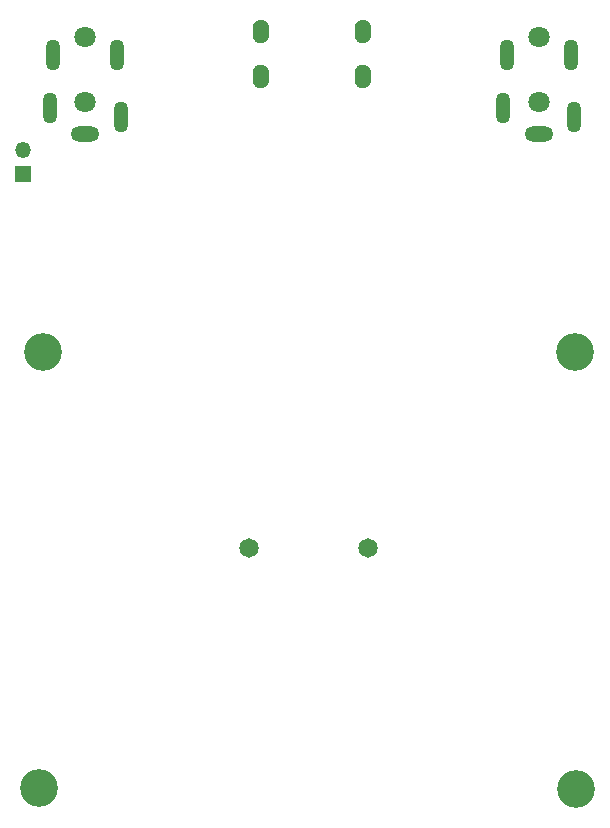
<source format=gbr>
G04 #@! TF.GenerationSoftware,KiCad,Pcbnew,7.0.5*
G04 #@! TF.CreationDate,2023-09-25T09:29:56+01:00*
G04 #@! TF.ProjectId,MaxTENS,4d617854-454e-4532-9e6b-696361645f70,rev?*
G04 #@! TF.SameCoordinates,Original*
G04 #@! TF.FileFunction,Soldermask,Bot*
G04 #@! TF.FilePolarity,Negative*
%FSLAX46Y46*%
G04 Gerber Fmt 4.6, Leading zero omitted, Abs format (unit mm)*
G04 Created by KiCad (PCBNEW 7.0.5) date 2023-09-25 09:29:56*
%MOMM*%
%LPD*%
G01*
G04 APERTURE LIST*
%ADD10C,0.010000*%
%ADD11C,3.200000*%
%ADD12C,1.800000*%
%ADD13O,2.420000X1.312000*%
%ADD14O,1.254000X2.654000*%
%ADD15R,1.350000X1.350000*%
%ADD16O,1.350000X1.350000*%
%ADD17C,1.650000*%
G04 APERTURE END LIST*
G04 #@! TO.C,J1*
D10*
X227904000Y-45651000D02*
X227938000Y-45654000D01*
X227972000Y-45658000D01*
X228005000Y-45664000D01*
X228038000Y-45672000D01*
X228071000Y-45682000D01*
X228103000Y-45693000D01*
X228134000Y-45706000D01*
X228165000Y-45721000D01*
X228195000Y-45737000D01*
X228224000Y-45755000D01*
X228252000Y-45774000D01*
X228279000Y-45795000D01*
X228305000Y-45817000D01*
X228330000Y-45840000D01*
X228353000Y-45865000D01*
X228375000Y-45891000D01*
X228396000Y-45918000D01*
X228415000Y-45946000D01*
X228433000Y-45975000D01*
X228449000Y-46005000D01*
X228464000Y-46036000D01*
X228477000Y-46067000D01*
X228488000Y-46099000D01*
X228498000Y-46132000D01*
X228506000Y-46165000D01*
X228512000Y-46198000D01*
X228516000Y-46232000D01*
X228519000Y-46266000D01*
X228520000Y-46300000D01*
X228520000Y-46900000D01*
X228519000Y-46934000D01*
X228516000Y-46968000D01*
X228512000Y-47002000D01*
X228506000Y-47035000D01*
X228498000Y-47068000D01*
X228488000Y-47101000D01*
X228477000Y-47133000D01*
X228464000Y-47164000D01*
X228449000Y-47195000D01*
X228433000Y-47225000D01*
X228415000Y-47254000D01*
X228396000Y-47282000D01*
X228375000Y-47309000D01*
X228353000Y-47335000D01*
X228330000Y-47360000D01*
X228305000Y-47383000D01*
X228279000Y-47405000D01*
X228252000Y-47426000D01*
X228224000Y-47445000D01*
X228195000Y-47463000D01*
X228165000Y-47479000D01*
X228134000Y-47494000D01*
X228103000Y-47507000D01*
X228071000Y-47518000D01*
X228038000Y-47528000D01*
X228005000Y-47536000D01*
X227972000Y-47542000D01*
X227938000Y-47546000D01*
X227904000Y-47549000D01*
X227870000Y-47550000D01*
X227836000Y-47549000D01*
X227802000Y-47546000D01*
X227768000Y-47542000D01*
X227735000Y-47536000D01*
X227702000Y-47528000D01*
X227669000Y-47518000D01*
X227637000Y-47507000D01*
X227606000Y-47494000D01*
X227575000Y-47479000D01*
X227545000Y-47463000D01*
X227516000Y-47445000D01*
X227488000Y-47426000D01*
X227461000Y-47405000D01*
X227435000Y-47383000D01*
X227410000Y-47360000D01*
X227387000Y-47335000D01*
X227365000Y-47309000D01*
X227344000Y-47282000D01*
X227325000Y-47254000D01*
X227307000Y-47225000D01*
X227291000Y-47195000D01*
X227276000Y-47164000D01*
X227263000Y-47133000D01*
X227252000Y-47101000D01*
X227242000Y-47068000D01*
X227234000Y-47035000D01*
X227228000Y-47002000D01*
X227224000Y-46968000D01*
X227221000Y-46934000D01*
X227220000Y-46900000D01*
X227220000Y-46300000D01*
X227221000Y-46266000D01*
X227224000Y-46232000D01*
X227228000Y-46198000D01*
X227234000Y-46165000D01*
X227242000Y-46132000D01*
X227252000Y-46099000D01*
X227263000Y-46067000D01*
X227276000Y-46036000D01*
X227291000Y-46005000D01*
X227307000Y-45975000D01*
X227325000Y-45946000D01*
X227344000Y-45918000D01*
X227365000Y-45891000D01*
X227387000Y-45865000D01*
X227410000Y-45840000D01*
X227435000Y-45817000D01*
X227461000Y-45795000D01*
X227488000Y-45774000D01*
X227516000Y-45755000D01*
X227545000Y-45737000D01*
X227575000Y-45721000D01*
X227606000Y-45706000D01*
X227637000Y-45693000D01*
X227669000Y-45682000D01*
X227702000Y-45672000D01*
X227735000Y-45664000D01*
X227768000Y-45658000D01*
X227802000Y-45654000D01*
X227836000Y-45651000D01*
X227870000Y-45650000D01*
X227904000Y-45651000D01*
G36*
X227904000Y-45651000D02*
G01*
X227938000Y-45654000D01*
X227972000Y-45658000D01*
X228005000Y-45664000D01*
X228038000Y-45672000D01*
X228071000Y-45682000D01*
X228103000Y-45693000D01*
X228134000Y-45706000D01*
X228165000Y-45721000D01*
X228195000Y-45737000D01*
X228224000Y-45755000D01*
X228252000Y-45774000D01*
X228279000Y-45795000D01*
X228305000Y-45817000D01*
X228330000Y-45840000D01*
X228353000Y-45865000D01*
X228375000Y-45891000D01*
X228396000Y-45918000D01*
X228415000Y-45946000D01*
X228433000Y-45975000D01*
X228449000Y-46005000D01*
X228464000Y-46036000D01*
X228477000Y-46067000D01*
X228488000Y-46099000D01*
X228498000Y-46132000D01*
X228506000Y-46165000D01*
X228512000Y-46198000D01*
X228516000Y-46232000D01*
X228519000Y-46266000D01*
X228520000Y-46300000D01*
X228520000Y-46900000D01*
X228519000Y-46934000D01*
X228516000Y-46968000D01*
X228512000Y-47002000D01*
X228506000Y-47035000D01*
X228498000Y-47068000D01*
X228488000Y-47101000D01*
X228477000Y-47133000D01*
X228464000Y-47164000D01*
X228449000Y-47195000D01*
X228433000Y-47225000D01*
X228415000Y-47254000D01*
X228396000Y-47282000D01*
X228375000Y-47309000D01*
X228353000Y-47335000D01*
X228330000Y-47360000D01*
X228305000Y-47383000D01*
X228279000Y-47405000D01*
X228252000Y-47426000D01*
X228224000Y-47445000D01*
X228195000Y-47463000D01*
X228165000Y-47479000D01*
X228134000Y-47494000D01*
X228103000Y-47507000D01*
X228071000Y-47518000D01*
X228038000Y-47528000D01*
X228005000Y-47536000D01*
X227972000Y-47542000D01*
X227938000Y-47546000D01*
X227904000Y-47549000D01*
X227870000Y-47550000D01*
X227836000Y-47549000D01*
X227802000Y-47546000D01*
X227768000Y-47542000D01*
X227735000Y-47536000D01*
X227702000Y-47528000D01*
X227669000Y-47518000D01*
X227637000Y-47507000D01*
X227606000Y-47494000D01*
X227575000Y-47479000D01*
X227545000Y-47463000D01*
X227516000Y-47445000D01*
X227488000Y-47426000D01*
X227461000Y-47405000D01*
X227435000Y-47383000D01*
X227410000Y-47360000D01*
X227387000Y-47335000D01*
X227365000Y-47309000D01*
X227344000Y-47282000D01*
X227325000Y-47254000D01*
X227307000Y-47225000D01*
X227291000Y-47195000D01*
X227276000Y-47164000D01*
X227263000Y-47133000D01*
X227252000Y-47101000D01*
X227242000Y-47068000D01*
X227234000Y-47035000D01*
X227228000Y-47002000D01*
X227224000Y-46968000D01*
X227221000Y-46934000D01*
X227220000Y-46900000D01*
X227220000Y-46300000D01*
X227221000Y-46266000D01*
X227224000Y-46232000D01*
X227228000Y-46198000D01*
X227234000Y-46165000D01*
X227242000Y-46132000D01*
X227252000Y-46099000D01*
X227263000Y-46067000D01*
X227276000Y-46036000D01*
X227291000Y-46005000D01*
X227307000Y-45975000D01*
X227325000Y-45946000D01*
X227344000Y-45918000D01*
X227365000Y-45891000D01*
X227387000Y-45865000D01*
X227410000Y-45840000D01*
X227435000Y-45817000D01*
X227461000Y-45795000D01*
X227488000Y-45774000D01*
X227516000Y-45755000D01*
X227545000Y-45737000D01*
X227575000Y-45721000D01*
X227606000Y-45706000D01*
X227637000Y-45693000D01*
X227669000Y-45682000D01*
X227702000Y-45672000D01*
X227735000Y-45664000D01*
X227768000Y-45658000D01*
X227802000Y-45654000D01*
X227836000Y-45651000D01*
X227870000Y-45650000D01*
X227904000Y-45651000D01*
G37*
X227904000Y-41851000D02*
X227938000Y-41854000D01*
X227972000Y-41858000D01*
X228005000Y-41864000D01*
X228038000Y-41872000D01*
X228071000Y-41882000D01*
X228103000Y-41893000D01*
X228134000Y-41906000D01*
X228165000Y-41921000D01*
X228195000Y-41937000D01*
X228224000Y-41955000D01*
X228252000Y-41974000D01*
X228279000Y-41995000D01*
X228305000Y-42017000D01*
X228330000Y-42040000D01*
X228353000Y-42065000D01*
X228375000Y-42091000D01*
X228396000Y-42118000D01*
X228415000Y-42146000D01*
X228433000Y-42175000D01*
X228449000Y-42205000D01*
X228464000Y-42236000D01*
X228477000Y-42267000D01*
X228488000Y-42299000D01*
X228498000Y-42332000D01*
X228506000Y-42365000D01*
X228512000Y-42398000D01*
X228516000Y-42432000D01*
X228519000Y-42466000D01*
X228520000Y-42500000D01*
X228520000Y-43100000D01*
X228519000Y-43134000D01*
X228516000Y-43168000D01*
X228512000Y-43202000D01*
X228506000Y-43235000D01*
X228498000Y-43268000D01*
X228488000Y-43301000D01*
X228477000Y-43333000D01*
X228464000Y-43364000D01*
X228449000Y-43395000D01*
X228433000Y-43425000D01*
X228415000Y-43454000D01*
X228396000Y-43482000D01*
X228375000Y-43509000D01*
X228353000Y-43535000D01*
X228330000Y-43560000D01*
X228305000Y-43583000D01*
X228279000Y-43605000D01*
X228252000Y-43626000D01*
X228224000Y-43645000D01*
X228195000Y-43663000D01*
X228165000Y-43679000D01*
X228134000Y-43694000D01*
X228103000Y-43707000D01*
X228071000Y-43718000D01*
X228038000Y-43728000D01*
X228005000Y-43736000D01*
X227972000Y-43742000D01*
X227938000Y-43746000D01*
X227904000Y-43749000D01*
X227870000Y-43750000D01*
X227836000Y-43749000D01*
X227802000Y-43746000D01*
X227768000Y-43742000D01*
X227735000Y-43736000D01*
X227702000Y-43728000D01*
X227669000Y-43718000D01*
X227637000Y-43707000D01*
X227606000Y-43694000D01*
X227575000Y-43679000D01*
X227545000Y-43663000D01*
X227516000Y-43645000D01*
X227488000Y-43626000D01*
X227461000Y-43605000D01*
X227435000Y-43583000D01*
X227410000Y-43560000D01*
X227387000Y-43535000D01*
X227365000Y-43509000D01*
X227344000Y-43482000D01*
X227325000Y-43454000D01*
X227307000Y-43425000D01*
X227291000Y-43395000D01*
X227276000Y-43364000D01*
X227263000Y-43333000D01*
X227252000Y-43301000D01*
X227242000Y-43268000D01*
X227234000Y-43235000D01*
X227228000Y-43202000D01*
X227224000Y-43168000D01*
X227221000Y-43134000D01*
X227220000Y-43100000D01*
X227220000Y-42500000D01*
X227221000Y-42466000D01*
X227224000Y-42432000D01*
X227228000Y-42398000D01*
X227234000Y-42365000D01*
X227242000Y-42332000D01*
X227252000Y-42299000D01*
X227263000Y-42267000D01*
X227276000Y-42236000D01*
X227291000Y-42205000D01*
X227307000Y-42175000D01*
X227325000Y-42146000D01*
X227344000Y-42118000D01*
X227365000Y-42091000D01*
X227387000Y-42065000D01*
X227410000Y-42040000D01*
X227435000Y-42017000D01*
X227461000Y-41995000D01*
X227488000Y-41974000D01*
X227516000Y-41955000D01*
X227545000Y-41937000D01*
X227575000Y-41921000D01*
X227606000Y-41906000D01*
X227637000Y-41893000D01*
X227669000Y-41882000D01*
X227702000Y-41872000D01*
X227735000Y-41864000D01*
X227768000Y-41858000D01*
X227802000Y-41854000D01*
X227836000Y-41851000D01*
X227870000Y-41850000D01*
X227904000Y-41851000D01*
G36*
X227904000Y-41851000D02*
G01*
X227938000Y-41854000D01*
X227972000Y-41858000D01*
X228005000Y-41864000D01*
X228038000Y-41872000D01*
X228071000Y-41882000D01*
X228103000Y-41893000D01*
X228134000Y-41906000D01*
X228165000Y-41921000D01*
X228195000Y-41937000D01*
X228224000Y-41955000D01*
X228252000Y-41974000D01*
X228279000Y-41995000D01*
X228305000Y-42017000D01*
X228330000Y-42040000D01*
X228353000Y-42065000D01*
X228375000Y-42091000D01*
X228396000Y-42118000D01*
X228415000Y-42146000D01*
X228433000Y-42175000D01*
X228449000Y-42205000D01*
X228464000Y-42236000D01*
X228477000Y-42267000D01*
X228488000Y-42299000D01*
X228498000Y-42332000D01*
X228506000Y-42365000D01*
X228512000Y-42398000D01*
X228516000Y-42432000D01*
X228519000Y-42466000D01*
X228520000Y-42500000D01*
X228520000Y-43100000D01*
X228519000Y-43134000D01*
X228516000Y-43168000D01*
X228512000Y-43202000D01*
X228506000Y-43235000D01*
X228498000Y-43268000D01*
X228488000Y-43301000D01*
X228477000Y-43333000D01*
X228464000Y-43364000D01*
X228449000Y-43395000D01*
X228433000Y-43425000D01*
X228415000Y-43454000D01*
X228396000Y-43482000D01*
X228375000Y-43509000D01*
X228353000Y-43535000D01*
X228330000Y-43560000D01*
X228305000Y-43583000D01*
X228279000Y-43605000D01*
X228252000Y-43626000D01*
X228224000Y-43645000D01*
X228195000Y-43663000D01*
X228165000Y-43679000D01*
X228134000Y-43694000D01*
X228103000Y-43707000D01*
X228071000Y-43718000D01*
X228038000Y-43728000D01*
X228005000Y-43736000D01*
X227972000Y-43742000D01*
X227938000Y-43746000D01*
X227904000Y-43749000D01*
X227870000Y-43750000D01*
X227836000Y-43749000D01*
X227802000Y-43746000D01*
X227768000Y-43742000D01*
X227735000Y-43736000D01*
X227702000Y-43728000D01*
X227669000Y-43718000D01*
X227637000Y-43707000D01*
X227606000Y-43694000D01*
X227575000Y-43679000D01*
X227545000Y-43663000D01*
X227516000Y-43645000D01*
X227488000Y-43626000D01*
X227461000Y-43605000D01*
X227435000Y-43583000D01*
X227410000Y-43560000D01*
X227387000Y-43535000D01*
X227365000Y-43509000D01*
X227344000Y-43482000D01*
X227325000Y-43454000D01*
X227307000Y-43425000D01*
X227291000Y-43395000D01*
X227276000Y-43364000D01*
X227263000Y-43333000D01*
X227252000Y-43301000D01*
X227242000Y-43268000D01*
X227234000Y-43235000D01*
X227228000Y-43202000D01*
X227224000Y-43168000D01*
X227221000Y-43134000D01*
X227220000Y-43100000D01*
X227220000Y-42500000D01*
X227221000Y-42466000D01*
X227224000Y-42432000D01*
X227228000Y-42398000D01*
X227234000Y-42365000D01*
X227242000Y-42332000D01*
X227252000Y-42299000D01*
X227263000Y-42267000D01*
X227276000Y-42236000D01*
X227291000Y-42205000D01*
X227307000Y-42175000D01*
X227325000Y-42146000D01*
X227344000Y-42118000D01*
X227365000Y-42091000D01*
X227387000Y-42065000D01*
X227410000Y-42040000D01*
X227435000Y-42017000D01*
X227461000Y-41995000D01*
X227488000Y-41974000D01*
X227516000Y-41955000D01*
X227545000Y-41937000D01*
X227575000Y-41921000D01*
X227606000Y-41906000D01*
X227637000Y-41893000D01*
X227669000Y-41882000D01*
X227702000Y-41872000D01*
X227735000Y-41864000D01*
X227768000Y-41858000D01*
X227802000Y-41854000D01*
X227836000Y-41851000D01*
X227870000Y-41850000D01*
X227904000Y-41851000D01*
G37*
X219264000Y-45651000D02*
X219298000Y-45654000D01*
X219332000Y-45658000D01*
X219365000Y-45664000D01*
X219398000Y-45672000D01*
X219431000Y-45682000D01*
X219463000Y-45693000D01*
X219494000Y-45706000D01*
X219525000Y-45721000D01*
X219555000Y-45737000D01*
X219584000Y-45755000D01*
X219612000Y-45774000D01*
X219639000Y-45795000D01*
X219665000Y-45817000D01*
X219690000Y-45840000D01*
X219713000Y-45865000D01*
X219735000Y-45891000D01*
X219756000Y-45918000D01*
X219775000Y-45946000D01*
X219793000Y-45975000D01*
X219809000Y-46005000D01*
X219824000Y-46036000D01*
X219837000Y-46067000D01*
X219848000Y-46099000D01*
X219858000Y-46132000D01*
X219866000Y-46165000D01*
X219872000Y-46198000D01*
X219876000Y-46232000D01*
X219879000Y-46266000D01*
X219880000Y-46300000D01*
X219880000Y-46900000D01*
X219879000Y-46934000D01*
X219876000Y-46968000D01*
X219872000Y-47002000D01*
X219866000Y-47035000D01*
X219858000Y-47068000D01*
X219848000Y-47101000D01*
X219837000Y-47133000D01*
X219824000Y-47164000D01*
X219809000Y-47195000D01*
X219793000Y-47225000D01*
X219775000Y-47254000D01*
X219756000Y-47282000D01*
X219735000Y-47309000D01*
X219713000Y-47335000D01*
X219690000Y-47360000D01*
X219665000Y-47383000D01*
X219639000Y-47405000D01*
X219612000Y-47426000D01*
X219584000Y-47445000D01*
X219555000Y-47463000D01*
X219525000Y-47479000D01*
X219494000Y-47494000D01*
X219463000Y-47507000D01*
X219431000Y-47518000D01*
X219398000Y-47528000D01*
X219365000Y-47536000D01*
X219332000Y-47542000D01*
X219298000Y-47546000D01*
X219264000Y-47549000D01*
X219230000Y-47550000D01*
X219196000Y-47549000D01*
X219162000Y-47546000D01*
X219128000Y-47542000D01*
X219095000Y-47536000D01*
X219062000Y-47528000D01*
X219029000Y-47518000D01*
X218997000Y-47507000D01*
X218966000Y-47494000D01*
X218935000Y-47479000D01*
X218905000Y-47463000D01*
X218876000Y-47445000D01*
X218848000Y-47426000D01*
X218821000Y-47405000D01*
X218795000Y-47383000D01*
X218770000Y-47360000D01*
X218747000Y-47335000D01*
X218725000Y-47309000D01*
X218704000Y-47282000D01*
X218685000Y-47254000D01*
X218667000Y-47225000D01*
X218651000Y-47195000D01*
X218636000Y-47164000D01*
X218623000Y-47133000D01*
X218612000Y-47101000D01*
X218602000Y-47068000D01*
X218594000Y-47035000D01*
X218588000Y-47002000D01*
X218584000Y-46968000D01*
X218581000Y-46934000D01*
X218580000Y-46900000D01*
X218580000Y-46300000D01*
X218581000Y-46266000D01*
X218584000Y-46232000D01*
X218588000Y-46198000D01*
X218594000Y-46165000D01*
X218602000Y-46132000D01*
X218612000Y-46099000D01*
X218623000Y-46067000D01*
X218636000Y-46036000D01*
X218651000Y-46005000D01*
X218667000Y-45975000D01*
X218685000Y-45946000D01*
X218704000Y-45918000D01*
X218725000Y-45891000D01*
X218747000Y-45865000D01*
X218770000Y-45840000D01*
X218795000Y-45817000D01*
X218821000Y-45795000D01*
X218848000Y-45774000D01*
X218876000Y-45755000D01*
X218905000Y-45737000D01*
X218935000Y-45721000D01*
X218966000Y-45706000D01*
X218997000Y-45693000D01*
X219029000Y-45682000D01*
X219062000Y-45672000D01*
X219095000Y-45664000D01*
X219128000Y-45658000D01*
X219162000Y-45654000D01*
X219196000Y-45651000D01*
X219230000Y-45650000D01*
X219264000Y-45651000D01*
G36*
X219264000Y-45651000D02*
G01*
X219298000Y-45654000D01*
X219332000Y-45658000D01*
X219365000Y-45664000D01*
X219398000Y-45672000D01*
X219431000Y-45682000D01*
X219463000Y-45693000D01*
X219494000Y-45706000D01*
X219525000Y-45721000D01*
X219555000Y-45737000D01*
X219584000Y-45755000D01*
X219612000Y-45774000D01*
X219639000Y-45795000D01*
X219665000Y-45817000D01*
X219690000Y-45840000D01*
X219713000Y-45865000D01*
X219735000Y-45891000D01*
X219756000Y-45918000D01*
X219775000Y-45946000D01*
X219793000Y-45975000D01*
X219809000Y-46005000D01*
X219824000Y-46036000D01*
X219837000Y-46067000D01*
X219848000Y-46099000D01*
X219858000Y-46132000D01*
X219866000Y-46165000D01*
X219872000Y-46198000D01*
X219876000Y-46232000D01*
X219879000Y-46266000D01*
X219880000Y-46300000D01*
X219880000Y-46900000D01*
X219879000Y-46934000D01*
X219876000Y-46968000D01*
X219872000Y-47002000D01*
X219866000Y-47035000D01*
X219858000Y-47068000D01*
X219848000Y-47101000D01*
X219837000Y-47133000D01*
X219824000Y-47164000D01*
X219809000Y-47195000D01*
X219793000Y-47225000D01*
X219775000Y-47254000D01*
X219756000Y-47282000D01*
X219735000Y-47309000D01*
X219713000Y-47335000D01*
X219690000Y-47360000D01*
X219665000Y-47383000D01*
X219639000Y-47405000D01*
X219612000Y-47426000D01*
X219584000Y-47445000D01*
X219555000Y-47463000D01*
X219525000Y-47479000D01*
X219494000Y-47494000D01*
X219463000Y-47507000D01*
X219431000Y-47518000D01*
X219398000Y-47528000D01*
X219365000Y-47536000D01*
X219332000Y-47542000D01*
X219298000Y-47546000D01*
X219264000Y-47549000D01*
X219230000Y-47550000D01*
X219196000Y-47549000D01*
X219162000Y-47546000D01*
X219128000Y-47542000D01*
X219095000Y-47536000D01*
X219062000Y-47528000D01*
X219029000Y-47518000D01*
X218997000Y-47507000D01*
X218966000Y-47494000D01*
X218935000Y-47479000D01*
X218905000Y-47463000D01*
X218876000Y-47445000D01*
X218848000Y-47426000D01*
X218821000Y-47405000D01*
X218795000Y-47383000D01*
X218770000Y-47360000D01*
X218747000Y-47335000D01*
X218725000Y-47309000D01*
X218704000Y-47282000D01*
X218685000Y-47254000D01*
X218667000Y-47225000D01*
X218651000Y-47195000D01*
X218636000Y-47164000D01*
X218623000Y-47133000D01*
X218612000Y-47101000D01*
X218602000Y-47068000D01*
X218594000Y-47035000D01*
X218588000Y-47002000D01*
X218584000Y-46968000D01*
X218581000Y-46934000D01*
X218580000Y-46900000D01*
X218580000Y-46300000D01*
X218581000Y-46266000D01*
X218584000Y-46232000D01*
X218588000Y-46198000D01*
X218594000Y-46165000D01*
X218602000Y-46132000D01*
X218612000Y-46099000D01*
X218623000Y-46067000D01*
X218636000Y-46036000D01*
X218651000Y-46005000D01*
X218667000Y-45975000D01*
X218685000Y-45946000D01*
X218704000Y-45918000D01*
X218725000Y-45891000D01*
X218747000Y-45865000D01*
X218770000Y-45840000D01*
X218795000Y-45817000D01*
X218821000Y-45795000D01*
X218848000Y-45774000D01*
X218876000Y-45755000D01*
X218905000Y-45737000D01*
X218935000Y-45721000D01*
X218966000Y-45706000D01*
X218997000Y-45693000D01*
X219029000Y-45682000D01*
X219062000Y-45672000D01*
X219095000Y-45664000D01*
X219128000Y-45658000D01*
X219162000Y-45654000D01*
X219196000Y-45651000D01*
X219230000Y-45650000D01*
X219264000Y-45651000D01*
G37*
X219264000Y-41851000D02*
X219298000Y-41854000D01*
X219332000Y-41858000D01*
X219365000Y-41864000D01*
X219398000Y-41872000D01*
X219431000Y-41882000D01*
X219463000Y-41893000D01*
X219494000Y-41906000D01*
X219525000Y-41921000D01*
X219555000Y-41937000D01*
X219584000Y-41955000D01*
X219612000Y-41974000D01*
X219639000Y-41995000D01*
X219665000Y-42017000D01*
X219690000Y-42040000D01*
X219713000Y-42065000D01*
X219735000Y-42091000D01*
X219756000Y-42118000D01*
X219775000Y-42146000D01*
X219793000Y-42175000D01*
X219809000Y-42205000D01*
X219824000Y-42236000D01*
X219837000Y-42267000D01*
X219848000Y-42299000D01*
X219858000Y-42332000D01*
X219866000Y-42365000D01*
X219872000Y-42398000D01*
X219876000Y-42432000D01*
X219879000Y-42466000D01*
X219880000Y-42500000D01*
X219880000Y-43100000D01*
X219879000Y-43134000D01*
X219876000Y-43168000D01*
X219872000Y-43202000D01*
X219866000Y-43235000D01*
X219858000Y-43268000D01*
X219848000Y-43301000D01*
X219837000Y-43333000D01*
X219824000Y-43364000D01*
X219809000Y-43395000D01*
X219793000Y-43425000D01*
X219775000Y-43454000D01*
X219756000Y-43482000D01*
X219735000Y-43509000D01*
X219713000Y-43535000D01*
X219690000Y-43560000D01*
X219665000Y-43583000D01*
X219639000Y-43605000D01*
X219612000Y-43626000D01*
X219584000Y-43645000D01*
X219555000Y-43663000D01*
X219525000Y-43679000D01*
X219494000Y-43694000D01*
X219463000Y-43707000D01*
X219431000Y-43718000D01*
X219398000Y-43728000D01*
X219365000Y-43736000D01*
X219332000Y-43742000D01*
X219298000Y-43746000D01*
X219264000Y-43749000D01*
X219230000Y-43750000D01*
X219196000Y-43749000D01*
X219162000Y-43746000D01*
X219128000Y-43742000D01*
X219095000Y-43736000D01*
X219062000Y-43728000D01*
X219029000Y-43718000D01*
X218997000Y-43707000D01*
X218966000Y-43694000D01*
X218935000Y-43679000D01*
X218905000Y-43663000D01*
X218876000Y-43645000D01*
X218848000Y-43626000D01*
X218821000Y-43605000D01*
X218795000Y-43583000D01*
X218770000Y-43560000D01*
X218747000Y-43535000D01*
X218725000Y-43509000D01*
X218704000Y-43482000D01*
X218685000Y-43454000D01*
X218667000Y-43425000D01*
X218651000Y-43395000D01*
X218636000Y-43364000D01*
X218623000Y-43333000D01*
X218612000Y-43301000D01*
X218602000Y-43268000D01*
X218594000Y-43235000D01*
X218588000Y-43202000D01*
X218584000Y-43168000D01*
X218581000Y-43134000D01*
X218580000Y-43100000D01*
X218580000Y-42500000D01*
X218581000Y-42466000D01*
X218584000Y-42432000D01*
X218588000Y-42398000D01*
X218594000Y-42365000D01*
X218602000Y-42332000D01*
X218612000Y-42299000D01*
X218623000Y-42267000D01*
X218636000Y-42236000D01*
X218651000Y-42205000D01*
X218667000Y-42175000D01*
X218685000Y-42146000D01*
X218704000Y-42118000D01*
X218725000Y-42091000D01*
X218747000Y-42065000D01*
X218770000Y-42040000D01*
X218795000Y-42017000D01*
X218821000Y-41995000D01*
X218848000Y-41974000D01*
X218876000Y-41955000D01*
X218905000Y-41937000D01*
X218935000Y-41921000D01*
X218966000Y-41906000D01*
X218997000Y-41893000D01*
X219029000Y-41882000D01*
X219062000Y-41872000D01*
X219095000Y-41864000D01*
X219128000Y-41858000D01*
X219162000Y-41854000D01*
X219196000Y-41851000D01*
X219230000Y-41850000D01*
X219264000Y-41851000D01*
G36*
X219264000Y-41851000D02*
G01*
X219298000Y-41854000D01*
X219332000Y-41858000D01*
X219365000Y-41864000D01*
X219398000Y-41872000D01*
X219431000Y-41882000D01*
X219463000Y-41893000D01*
X219494000Y-41906000D01*
X219525000Y-41921000D01*
X219555000Y-41937000D01*
X219584000Y-41955000D01*
X219612000Y-41974000D01*
X219639000Y-41995000D01*
X219665000Y-42017000D01*
X219690000Y-42040000D01*
X219713000Y-42065000D01*
X219735000Y-42091000D01*
X219756000Y-42118000D01*
X219775000Y-42146000D01*
X219793000Y-42175000D01*
X219809000Y-42205000D01*
X219824000Y-42236000D01*
X219837000Y-42267000D01*
X219848000Y-42299000D01*
X219858000Y-42332000D01*
X219866000Y-42365000D01*
X219872000Y-42398000D01*
X219876000Y-42432000D01*
X219879000Y-42466000D01*
X219880000Y-42500000D01*
X219880000Y-43100000D01*
X219879000Y-43134000D01*
X219876000Y-43168000D01*
X219872000Y-43202000D01*
X219866000Y-43235000D01*
X219858000Y-43268000D01*
X219848000Y-43301000D01*
X219837000Y-43333000D01*
X219824000Y-43364000D01*
X219809000Y-43395000D01*
X219793000Y-43425000D01*
X219775000Y-43454000D01*
X219756000Y-43482000D01*
X219735000Y-43509000D01*
X219713000Y-43535000D01*
X219690000Y-43560000D01*
X219665000Y-43583000D01*
X219639000Y-43605000D01*
X219612000Y-43626000D01*
X219584000Y-43645000D01*
X219555000Y-43663000D01*
X219525000Y-43679000D01*
X219494000Y-43694000D01*
X219463000Y-43707000D01*
X219431000Y-43718000D01*
X219398000Y-43728000D01*
X219365000Y-43736000D01*
X219332000Y-43742000D01*
X219298000Y-43746000D01*
X219264000Y-43749000D01*
X219230000Y-43750000D01*
X219196000Y-43749000D01*
X219162000Y-43746000D01*
X219128000Y-43742000D01*
X219095000Y-43736000D01*
X219062000Y-43728000D01*
X219029000Y-43718000D01*
X218997000Y-43707000D01*
X218966000Y-43694000D01*
X218935000Y-43679000D01*
X218905000Y-43663000D01*
X218876000Y-43645000D01*
X218848000Y-43626000D01*
X218821000Y-43605000D01*
X218795000Y-43583000D01*
X218770000Y-43560000D01*
X218747000Y-43535000D01*
X218725000Y-43509000D01*
X218704000Y-43482000D01*
X218685000Y-43454000D01*
X218667000Y-43425000D01*
X218651000Y-43395000D01*
X218636000Y-43364000D01*
X218623000Y-43333000D01*
X218612000Y-43301000D01*
X218602000Y-43268000D01*
X218594000Y-43235000D01*
X218588000Y-43202000D01*
X218584000Y-43168000D01*
X218581000Y-43134000D01*
X218580000Y-43100000D01*
X218580000Y-42500000D01*
X218581000Y-42466000D01*
X218584000Y-42432000D01*
X218588000Y-42398000D01*
X218594000Y-42365000D01*
X218602000Y-42332000D01*
X218612000Y-42299000D01*
X218623000Y-42267000D01*
X218636000Y-42236000D01*
X218651000Y-42205000D01*
X218667000Y-42175000D01*
X218685000Y-42146000D01*
X218704000Y-42118000D01*
X218725000Y-42091000D01*
X218747000Y-42065000D01*
X218770000Y-42040000D01*
X218795000Y-42017000D01*
X218821000Y-41995000D01*
X218848000Y-41974000D01*
X218876000Y-41955000D01*
X218905000Y-41937000D01*
X218935000Y-41921000D01*
X218966000Y-41906000D01*
X218997000Y-41893000D01*
X219029000Y-41882000D01*
X219062000Y-41872000D01*
X219095000Y-41864000D01*
X219128000Y-41858000D01*
X219162000Y-41854000D01*
X219196000Y-41851000D01*
X219230000Y-41850000D01*
X219264000Y-41851000D01*
G37*
G04 #@! TD*
D11*
G04 #@! TO.C,H2*
X200800000Y-70000000D03*
G04 #@! TD*
D12*
G04 #@! TO.C,J3*
X204400000Y-48800000D03*
X204400000Y-43300000D03*
D13*
X204400000Y-51500000D03*
D14*
X207400000Y-50100000D03*
X201400000Y-49300000D03*
X207100000Y-44800000D03*
X201700000Y-44800000D03*
G04 #@! TD*
D11*
G04 #@! TO.C,H3*
X200500000Y-106900000D03*
G04 #@! TD*
G04 #@! TO.C,H1*
X245900000Y-70000000D03*
G04 #@! TD*
D15*
G04 #@! TO.C,J6*
X199100000Y-54900000D03*
D16*
X199100000Y-52900000D03*
G04 #@! TD*
D17*
G04 #@! TO.C,J4*
X218318500Y-86529000D03*
X228351500Y-86529000D03*
G04 #@! TD*
D11*
G04 #@! TO.C,H4*
X246000000Y-107000000D03*
G04 #@! TD*
D12*
G04 #@! TO.C,J2*
X242800000Y-48800000D03*
X242800000Y-43300000D03*
D13*
X242800000Y-51500000D03*
D14*
X245800000Y-50100000D03*
X239800000Y-49300000D03*
X245500000Y-44800000D03*
X240100000Y-44800000D03*
G04 #@! TD*
M02*

</source>
